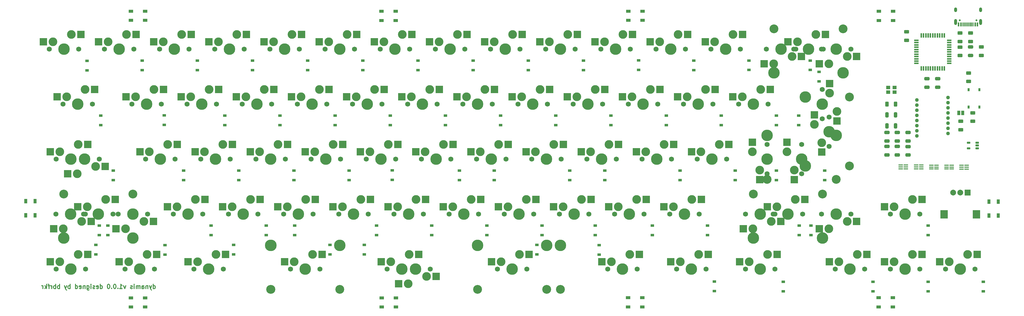
<source format=gbr>
%TF.GenerationSoftware,KiCad,Pcbnew,(6.0.5)*%
%TF.CreationDate,2022-06-26T21:14:40+09:00*%
%TF.ProjectId,dynamis,64796e61-6d69-4732-9e6b-696361645f70,rev?*%
%TF.SameCoordinates,Original*%
%TF.FileFunction,Soldermask,Bot*%
%TF.FilePolarity,Negative*%
%FSLAX46Y46*%
G04 Gerber Fmt 4.6, Leading zero omitted, Abs format (unit mm)*
G04 Created by KiCad (PCBNEW (6.0.5)) date 2022-06-26 21:14:40*
%MOMM*%
%LPD*%
G01*
G04 APERTURE LIST*
G04 Aperture macros list*
%AMRoundRect*
0 Rectangle with rounded corners*
0 $1 Rounding radius*
0 $2 $3 $4 $5 $6 $7 $8 $9 X,Y pos of 4 corners*
0 Add a 4 corners polygon primitive as box body*
4,1,4,$2,$3,$4,$5,$6,$7,$8,$9,$2,$3,0*
0 Add four circle primitives for the rounded corners*
1,1,$1+$1,$2,$3*
1,1,$1+$1,$4,$5*
1,1,$1+$1,$6,$7*
1,1,$1+$1,$8,$9*
0 Add four rect primitives between the rounded corners*
20,1,$1+$1,$2,$3,$4,$5,0*
20,1,$1+$1,$4,$5,$6,$7,0*
20,1,$1+$1,$6,$7,$8,$9,0*
20,1,$1+$1,$8,$9,$2,$3,0*%
G04 Aperture macros list end*
%ADD10C,0.300000*%
%ADD11C,1.750000*%
%ADD12C,3.987800*%
%ADD13C,3.000000*%
%ADD14R,2.550000X2.500000*%
%ADD15C,3.048000*%
%ADD16R,2.500000X2.550000*%
%ADD17R,2.000000X2.000000*%
%ADD18C,2.000000*%
%ADD19R,2.500000X3.000000*%
%ADD20RoundRect,0.250000X0.625000X-0.312500X0.625000X0.312500X-0.625000X0.312500X-0.625000X-0.312500X0*%
%ADD21RoundRect,0.250000X0.650000X-0.325000X0.650000X0.325000X-0.650000X0.325000X-0.650000X-0.325000X0*%
%ADD22R,1.200000X0.900000*%
%ADD23R,1.500000X1.000000*%
%ADD24R,1.000000X1.500000*%
%ADD25R,1.400000X1.200000*%
%ADD26RoundRect,0.250000X-0.625000X0.312500X-0.625000X-0.312500X0.625000X-0.312500X0.625000X0.312500X0*%
%ADD27RoundRect,0.250000X-0.650000X0.325000X-0.650000X-0.325000X0.650000X-0.325000X0.650000X0.325000X0*%
%ADD28RoundRect,0.250000X-0.325000X-0.650000X0.325000X-0.650000X0.325000X0.650000X-0.325000X0.650000X0*%
%ADD29RoundRect,0.250000X0.312500X0.625000X-0.312500X0.625000X-0.312500X-0.625000X0.312500X-0.625000X0*%
%ADD30R,0.750000X1.000000*%
%ADD31R,1.558716X0.422474*%
%ADD32RoundRect,0.211237X-0.568121X0.000000X0.568121X0.000000X0.568121X0.000000X-0.568121X0.000000X0*%
%ADD33RoundRect,0.195000X-0.405000X0.130000X-0.405000X-0.130000X0.405000X-0.130000X0.405000X0.130000X0*%
%ADD34C,1.300000*%
%ADD35R,1.500000X0.550000*%
%ADD36R,0.550000X1.500000*%
%ADD37C,0.650000*%
%ADD38R,0.600000X1.450000*%
%ADD39R,0.300000X1.450000*%
%ADD40O,1.000000X1.600000*%
%ADD41O,1.000000X2.100000*%
G04 APERTURE END LIST*
D10*
X175321428Y-235953571D02*
X175321428Y-234453571D01*
X175321428Y-235882142D02*
X175464285Y-235953571D01*
X175750000Y-235953571D01*
X175892857Y-235882142D01*
X175964285Y-235810714D01*
X176035714Y-235667857D01*
X176035714Y-235239285D01*
X175964285Y-235096428D01*
X175892857Y-235025000D01*
X175750000Y-234953571D01*
X175464285Y-234953571D01*
X175321428Y-235025000D01*
X174750000Y-234953571D02*
X174392857Y-235953571D01*
X174035714Y-234953571D02*
X174392857Y-235953571D01*
X174535714Y-236310714D01*
X174607142Y-236382142D01*
X174750000Y-236453571D01*
X173464285Y-234953571D02*
X173464285Y-235953571D01*
X173464285Y-235096428D02*
X173392857Y-235025000D01*
X173250000Y-234953571D01*
X173035714Y-234953571D01*
X172892857Y-235025000D01*
X172821428Y-235167857D01*
X172821428Y-235953571D01*
X171464285Y-235953571D02*
X171464285Y-235167857D01*
X171535714Y-235025000D01*
X171678571Y-234953571D01*
X171964285Y-234953571D01*
X172107142Y-235025000D01*
X171464285Y-235882142D02*
X171607142Y-235953571D01*
X171964285Y-235953571D01*
X172107142Y-235882142D01*
X172178571Y-235739285D01*
X172178571Y-235596428D01*
X172107142Y-235453571D01*
X171964285Y-235382142D01*
X171607142Y-235382142D01*
X171464285Y-235310714D01*
X170750000Y-235953571D02*
X170750000Y-234953571D01*
X170750000Y-235096428D02*
X170678571Y-235025000D01*
X170535714Y-234953571D01*
X170321428Y-234953571D01*
X170178571Y-235025000D01*
X170107142Y-235167857D01*
X170107142Y-235953571D01*
X170107142Y-235167857D02*
X170035714Y-235025000D01*
X169892857Y-234953571D01*
X169678571Y-234953571D01*
X169535714Y-235025000D01*
X169464285Y-235167857D01*
X169464285Y-235953571D01*
X168750000Y-235953571D02*
X168750000Y-234953571D01*
X168750000Y-234453571D02*
X168821428Y-234525000D01*
X168750000Y-234596428D01*
X168678571Y-234525000D01*
X168750000Y-234453571D01*
X168750000Y-234596428D01*
X168107142Y-235882142D02*
X167964285Y-235953571D01*
X167678571Y-235953571D01*
X167535714Y-235882142D01*
X167464285Y-235739285D01*
X167464285Y-235667857D01*
X167535714Y-235525000D01*
X167678571Y-235453571D01*
X167892857Y-235453571D01*
X168035714Y-235382142D01*
X168107142Y-235239285D01*
X168107142Y-235167857D01*
X168035714Y-235025000D01*
X167892857Y-234953571D01*
X167678571Y-234953571D01*
X167535714Y-235025000D01*
X165821428Y-234953571D02*
X165464285Y-235953571D01*
X165107142Y-234953571D01*
X163750000Y-235953571D02*
X164607142Y-235953571D01*
X164178571Y-235953571D02*
X164178571Y-234453571D01*
X164321428Y-234667857D01*
X164464285Y-234810714D01*
X164607142Y-234882142D01*
X163107142Y-235810714D02*
X163035714Y-235882142D01*
X163107142Y-235953571D01*
X163178571Y-235882142D01*
X163107142Y-235810714D01*
X163107142Y-235953571D01*
X162107142Y-234453571D02*
X161964285Y-234453571D01*
X161821428Y-234525000D01*
X161750000Y-234596428D01*
X161678571Y-234739285D01*
X161607142Y-235025000D01*
X161607142Y-235382142D01*
X161678571Y-235667857D01*
X161750000Y-235810714D01*
X161821428Y-235882142D01*
X161964285Y-235953571D01*
X162107142Y-235953571D01*
X162250000Y-235882142D01*
X162321428Y-235810714D01*
X162392857Y-235667857D01*
X162464285Y-235382142D01*
X162464285Y-235025000D01*
X162392857Y-234739285D01*
X162321428Y-234596428D01*
X162250000Y-234525000D01*
X162107142Y-234453571D01*
X160964285Y-235810714D02*
X160892857Y-235882142D01*
X160964285Y-235953571D01*
X161035714Y-235882142D01*
X160964285Y-235810714D01*
X160964285Y-235953571D01*
X159964285Y-234453571D02*
X159821428Y-234453571D01*
X159678571Y-234525000D01*
X159607142Y-234596428D01*
X159535714Y-234739285D01*
X159464285Y-235025000D01*
X159464285Y-235382142D01*
X159535714Y-235667857D01*
X159607142Y-235810714D01*
X159678571Y-235882142D01*
X159821428Y-235953571D01*
X159964285Y-235953571D01*
X160107142Y-235882142D01*
X160178571Y-235810714D01*
X160250000Y-235667857D01*
X160321428Y-235382142D01*
X160321428Y-235025000D01*
X160250000Y-234739285D01*
X160178571Y-234596428D01*
X160107142Y-234525000D01*
X159964285Y-234453571D01*
X157035714Y-235953571D02*
X157035714Y-234453571D01*
X157035714Y-235882142D02*
X157178571Y-235953571D01*
X157464285Y-235953571D01*
X157607142Y-235882142D01*
X157678571Y-235810714D01*
X157750000Y-235667857D01*
X157750000Y-235239285D01*
X157678571Y-235096428D01*
X157607142Y-235025000D01*
X157464285Y-234953571D01*
X157178571Y-234953571D01*
X157035714Y-235025000D01*
X155750000Y-235882142D02*
X155892857Y-235953571D01*
X156178571Y-235953571D01*
X156321428Y-235882142D01*
X156392857Y-235739285D01*
X156392857Y-235167857D01*
X156321428Y-235025000D01*
X156178571Y-234953571D01*
X155892857Y-234953571D01*
X155750000Y-235025000D01*
X155678571Y-235167857D01*
X155678571Y-235310714D01*
X156392857Y-235453571D01*
X155107142Y-235882142D02*
X154964285Y-235953571D01*
X154678571Y-235953571D01*
X154535714Y-235882142D01*
X154464285Y-235739285D01*
X154464285Y-235667857D01*
X154535714Y-235525000D01*
X154678571Y-235453571D01*
X154892857Y-235453571D01*
X155035714Y-235382142D01*
X155107142Y-235239285D01*
X155107142Y-235167857D01*
X155035714Y-235025000D01*
X154892857Y-234953571D01*
X154678571Y-234953571D01*
X154535714Y-235025000D01*
X153821428Y-235953571D02*
X153821428Y-234953571D01*
X153821428Y-234453571D02*
X153892857Y-234525000D01*
X153821428Y-234596428D01*
X153750000Y-234525000D01*
X153821428Y-234453571D01*
X153821428Y-234596428D01*
X152464285Y-234953571D02*
X152464285Y-236167857D01*
X152535714Y-236310714D01*
X152607142Y-236382142D01*
X152750000Y-236453571D01*
X152964285Y-236453571D01*
X153107142Y-236382142D01*
X152464285Y-235882142D02*
X152607142Y-235953571D01*
X152892857Y-235953571D01*
X153035714Y-235882142D01*
X153107142Y-235810714D01*
X153178571Y-235667857D01*
X153178571Y-235239285D01*
X153107142Y-235096428D01*
X153035714Y-235025000D01*
X152892857Y-234953571D01*
X152607142Y-234953571D01*
X152464285Y-235025000D01*
X151750000Y-234953571D02*
X151750000Y-235953571D01*
X151750000Y-235096428D02*
X151678571Y-235025000D01*
X151535714Y-234953571D01*
X151321428Y-234953571D01*
X151178571Y-235025000D01*
X151107142Y-235167857D01*
X151107142Y-235953571D01*
X149821428Y-235882142D02*
X149964285Y-235953571D01*
X150250000Y-235953571D01*
X150392857Y-235882142D01*
X150464285Y-235739285D01*
X150464285Y-235167857D01*
X150392857Y-235025000D01*
X150250000Y-234953571D01*
X149964285Y-234953571D01*
X149821428Y-235025000D01*
X149750000Y-235167857D01*
X149750000Y-235310714D01*
X150464285Y-235453571D01*
X148464285Y-235953571D02*
X148464285Y-234453571D01*
X148464285Y-235882142D02*
X148607142Y-235953571D01*
X148892857Y-235953571D01*
X149035714Y-235882142D01*
X149107142Y-235810714D01*
X149178571Y-235667857D01*
X149178571Y-235239285D01*
X149107142Y-235096428D01*
X149035714Y-235025000D01*
X148892857Y-234953571D01*
X148607142Y-234953571D01*
X148464285Y-235025000D01*
X146607142Y-235953571D02*
X146607142Y-234453571D01*
X146607142Y-235025000D02*
X146464285Y-234953571D01*
X146178571Y-234953571D01*
X146035714Y-235025000D01*
X145964285Y-235096428D01*
X145892857Y-235239285D01*
X145892857Y-235667857D01*
X145964285Y-235810714D01*
X146035714Y-235882142D01*
X146178571Y-235953571D01*
X146464285Y-235953571D01*
X146607142Y-235882142D01*
X145392857Y-234953571D02*
X145035714Y-235953571D01*
X144678571Y-234953571D02*
X145035714Y-235953571D01*
X145178571Y-236310714D01*
X145250000Y-236382142D01*
X145392857Y-236453571D01*
X142964285Y-235953571D02*
X142964285Y-234453571D01*
X142964285Y-235025000D02*
X142821428Y-234953571D01*
X142535714Y-234953571D01*
X142392857Y-235025000D01*
X142321428Y-235096428D01*
X142250000Y-235239285D01*
X142250000Y-235667857D01*
X142321428Y-235810714D01*
X142392857Y-235882142D01*
X142535714Y-235953571D01*
X142821428Y-235953571D01*
X142964285Y-235882142D01*
X141607142Y-235953571D02*
X141607142Y-234453571D01*
X141607142Y-235025000D02*
X141464285Y-234953571D01*
X141178571Y-234953571D01*
X141035714Y-235025000D01*
X140964285Y-235096428D01*
X140892857Y-235239285D01*
X140892857Y-235667857D01*
X140964285Y-235810714D01*
X141035714Y-235882142D01*
X141178571Y-235953571D01*
X141464285Y-235953571D01*
X141607142Y-235882142D01*
X140250000Y-235953571D02*
X140250000Y-234953571D01*
X140250000Y-235239285D02*
X140178571Y-235096428D01*
X140107142Y-235025000D01*
X139964285Y-234953571D01*
X139821428Y-234953571D01*
X139535714Y-234953571D02*
X138964285Y-234953571D01*
X139321428Y-235953571D02*
X139321428Y-234667857D01*
X139250000Y-234525000D01*
X139107142Y-234453571D01*
X138964285Y-234453571D01*
X138464285Y-235953571D02*
X138464285Y-234453571D01*
X138321428Y-235382142D02*
X137892857Y-235953571D01*
X137892857Y-234953571D02*
X138464285Y-235525000D01*
X137250000Y-235953571D02*
X137250000Y-234953571D01*
X137250000Y-235239285D02*
X137178571Y-235096428D01*
X137107142Y-235025000D01*
X136964285Y-234953571D01*
X136821428Y-234953571D01*
D11*
%TO.C,SW04_00*%
X151948890Y-229169199D03*
D12*
X146868890Y-229169199D03*
D13*
X149408890Y-224089199D03*
X143058890Y-226629199D03*
D11*
X141788890Y-229169199D03*
D14*
X139783890Y-226629199D03*
X152710890Y-224089199D03*
%TD*%
D11*
%TO.C,SW06_01*%
X377508490Y-172074999D03*
X387668490Y-172074999D03*
D12*
X382588490Y-172074999D03*
D13*
X378778490Y-169534999D03*
X385128490Y-166994999D03*
D14*
X375503490Y-169534999D03*
X388430490Y-166994999D03*
%TD*%
D11*
%TO.C,SW04_05*%
X294163490Y-229219999D03*
D15*
X287305490Y-236204999D03*
D11*
X304323490Y-229219999D03*
D13*
X295433490Y-226679999D03*
X301783490Y-224139999D03*
D12*
X311181490Y-220964999D03*
D15*
X311181490Y-236204999D03*
D12*
X299243490Y-229219999D03*
X287305490Y-220964999D03*
D14*
X292158490Y-226679999D03*
X305085490Y-224139999D03*
%TD*%
D12*
%TO.C,SW09_05*%
X384968490Y-229219999D03*
D11*
X379888490Y-229219999D03*
X390048490Y-229219999D03*
D13*
X387508490Y-224139999D03*
X381158490Y-226679999D03*
D14*
X377883490Y-226679999D03*
X390810490Y-224139999D03*
%TD*%
D13*
%TO.C,SWET_AN00*%
X394183490Y-188569999D03*
D12*
X399263490Y-191109999D03*
D11*
X399263490Y-186029999D03*
D13*
X396723490Y-194919999D03*
D11*
X399263490Y-196189999D03*
D16*
X396723490Y-198194999D03*
X394183490Y-185267999D03*
%TD*%
D13*
%TO.C,SW00_00*%
X140653490Y-150459999D03*
D11*
X149543490Y-152999999D03*
D12*
X144463490Y-152999999D03*
D11*
X139383490Y-152999999D03*
D13*
X147003490Y-147919999D03*
D14*
X137378490Y-150459999D03*
X150305490Y-147919999D03*
%TD*%
D12*
%TO.C,SWBS_S00*%
X392113490Y-152999999D03*
D13*
X395923490Y-155539999D03*
D11*
X397193490Y-152999999D03*
D13*
X389573490Y-158079999D03*
D11*
X387033490Y-152999999D03*
D14*
X399198490Y-155539999D03*
X386271490Y-158079999D03*
%TD*%
D12*
%TO.C,SW08_04*%
X320663490Y-210169999D03*
D13*
X316853490Y-207629999D03*
D11*
X315583490Y-210169999D03*
X325743490Y-210169999D03*
D13*
X323203490Y-205089999D03*
D14*
X313578490Y-207629999D03*
X326505490Y-205089999D03*
%TD*%
D13*
%TO.C,SWSP_L04*%
X263378690Y-234299999D03*
X269728690Y-231759999D03*
D11*
X270998690Y-229219999D03*
X260838690Y-229219999D03*
D15*
X315918590Y-236204999D03*
X215918790Y-236204999D03*
D12*
X315918590Y-220964999D03*
X215918790Y-220964999D03*
X265918690Y-229219999D03*
D14*
X273003690Y-231759999D03*
X260076690Y-234299999D03*
%TD*%
D11*
%TO.C,SW02_06*%
X278133490Y-191109999D03*
X267973490Y-191109999D03*
D13*
X269243490Y-188569999D03*
X275593490Y-186029999D03*
D12*
X273053490Y-191109999D03*
D14*
X265968490Y-188569999D03*
X278895490Y-186029999D03*
%TD*%
D11*
%TO.C,SWCL_S00*%
X141763490Y-191124999D03*
D13*
X149383490Y-186044999D03*
D11*
X151923490Y-191124999D03*
D13*
X143033490Y-188584999D03*
D12*
X146843490Y-191124999D03*
D14*
X139758490Y-188584999D03*
X152685490Y-186044999D03*
%TD*%
D11*
%TO.C,SW06_05*%
X301308490Y-172049999D03*
D13*
X308928490Y-166969999D03*
D11*
X311468490Y-172049999D03*
D13*
X302578490Y-169509999D03*
D12*
X306388490Y-172049999D03*
D14*
X299303490Y-169509999D03*
X312230490Y-166969999D03*
%TD*%
D17*
%TO.C,RE0*%
X456545690Y-202727799D03*
D18*
X451545690Y-202727799D03*
X454045690Y-202727799D03*
D19*
X448445690Y-210227799D03*
X459645690Y-210227799D03*
%TD*%
D13*
%TO.C,SW00_04*%
X216853490Y-150479999D03*
D12*
X220663490Y-153019999D03*
D13*
X223203490Y-147939999D03*
D11*
X225743490Y-153019999D03*
X215583490Y-153019999D03*
D14*
X213578490Y-150479999D03*
X226505490Y-147939999D03*
%TD*%
D13*
%TO.C,SW05_01*%
X369228490Y-150459999D03*
D12*
X373038490Y-152999999D03*
D13*
X375578490Y-147919999D03*
D11*
X367958490Y-152999999D03*
X378118490Y-152999999D03*
D14*
X365953490Y-150459999D03*
X378880490Y-147919999D03*
%TD*%
D13*
%TO.C,SW02_01*%
X174003490Y-188579999D03*
D11*
X182893490Y-191119999D03*
D12*
X177813490Y-191119999D03*
D13*
X180353490Y-186039999D03*
D11*
X172733490Y-191119999D03*
D14*
X170728490Y-188579999D03*
X183655490Y-186039999D03*
%TD*%
D15*
%TO.C,SWBS_L00*%
X413576490Y-146014999D03*
D11*
X406718490Y-152999999D03*
D12*
X401638490Y-152999999D03*
D11*
X396558490Y-152999999D03*
D15*
X389700490Y-146014999D03*
D12*
X413576490Y-161254999D03*
D13*
X397828490Y-150459999D03*
D12*
X389700490Y-161254999D03*
D13*
X404178490Y-147919999D03*
D14*
X394553490Y-150459999D03*
X407480490Y-147919999D03*
%TD*%
D11*
%TO.C,SW00_05*%
X234633490Y-152999999D03*
D13*
X242253490Y-147919999D03*
D12*
X239713490Y-152999999D03*
D11*
X244793490Y-152999999D03*
D13*
X235903490Y-150459999D03*
D14*
X232628490Y-150459999D03*
X245555490Y-147919999D03*
%TD*%
D11*
%TO.C,SW05_04*%
X320993490Y-152999999D03*
X310833490Y-152999999D03*
D12*
X315913490Y-152999999D03*
D13*
X312103490Y-150459999D03*
X318453490Y-147919999D03*
D14*
X308828490Y-150459999D03*
X321755490Y-147919999D03*
%TD*%
D12*
%TO.C,SW00_03*%
X201613490Y-153019999D03*
D13*
X197803490Y-150479999D03*
D11*
X206693490Y-153019999D03*
D13*
X204153490Y-147939999D03*
D11*
X196533490Y-153019999D03*
D14*
X194528490Y-150479999D03*
X207455490Y-147939999D03*
%TD*%
D12*
%TO.C,SW09_03*%
X434955690Y-229219999D03*
D11*
X440035690Y-229219999D03*
X429875690Y-229219999D03*
D13*
X431145690Y-226679999D03*
X437495690Y-224139999D03*
D14*
X427870690Y-226679999D03*
X440797690Y-224139999D03*
%TD*%
D11*
%TO.C,SW09_01*%
X440053490Y-210169999D03*
D13*
X431163490Y-207629999D03*
D11*
X429893490Y-210169999D03*
D12*
X434973490Y-210169999D03*
D13*
X437513490Y-205089999D03*
D14*
X427888490Y-207629999D03*
X440815490Y-205089999D03*
%TD*%
D11*
%TO.C,SW08_06*%
X287653490Y-210169999D03*
D13*
X285113490Y-205089999D03*
D12*
X282573490Y-210169999D03*
D11*
X277493490Y-210169999D03*
D13*
X278763490Y-207629999D03*
D14*
X275488490Y-207629999D03*
X288415490Y-205089999D03*
%TD*%
D11*
%TO.C,SW04_03*%
X222713290Y-229219999D03*
D12*
X227793290Y-229219999D03*
D15*
X215855290Y-236204999D03*
D13*
X230333290Y-224139999D03*
X223983290Y-226679999D03*
D15*
X239731290Y-236204999D03*
D12*
X239731290Y-220964999D03*
X215855290Y-220964999D03*
D11*
X232873290Y-229219999D03*
D14*
X220708290Y-226679999D03*
X233635290Y-224139999D03*
%TD*%
D11*
%TO.C,SW08_03*%
X334643490Y-210169999D03*
X344803490Y-210169999D03*
D12*
X339723490Y-210169999D03*
D13*
X335913490Y-207629999D03*
X342263490Y-205089999D03*
D14*
X332638490Y-207629999D03*
X345565490Y-205089999D03*
%TD*%
D12*
%TO.C,AN_STAB_00*%
X411201490Y-182854999D03*
D15*
X387325490Y-198094999D03*
D12*
X387325490Y-182854999D03*
D15*
X411201490Y-198094999D03*
%TD*%
D12*
%TO.C,SW07_02*%
X368303490Y-191109999D03*
D11*
X363223490Y-191109999D03*
D13*
X364493490Y-188569999D03*
D11*
X373383490Y-191109999D03*
D13*
X370843490Y-186029999D03*
D14*
X361218490Y-188569999D03*
X374145490Y-186029999D03*
%TD*%
D11*
%TO.C,SW02_04*%
X229853490Y-191089999D03*
X240013490Y-191089999D03*
D13*
X237473490Y-186009999D03*
D12*
X234933490Y-191089999D03*
D13*
X231123490Y-188549999D03*
D14*
X227848490Y-188549999D03*
X240775490Y-186009999D03*
%TD*%
D12*
%TO.C,SW02_03*%
X215913490Y-191099999D03*
D13*
X218453490Y-186019999D03*
D11*
X210833490Y-191099999D03*
D13*
X212103490Y-188559999D03*
D11*
X220993490Y-191099999D03*
D14*
X208828490Y-188559999D03*
X221755490Y-186019999D03*
%TD*%
D13*
%TO.C,SW04_06*%
X339883490Y-224139999D03*
X333533490Y-226679999D03*
D11*
X342423490Y-229219999D03*
D12*
X337343490Y-229219999D03*
D11*
X332263490Y-229219999D03*
D14*
X330258490Y-226679999D03*
X343185490Y-224139999D03*
%TD*%
D11*
%TO.C,SW04_01*%
X165563290Y-229219999D03*
D12*
X170643290Y-229219999D03*
D11*
X175723290Y-229219999D03*
D13*
X173183290Y-224139999D03*
X166833290Y-226679999D03*
D14*
X163558290Y-226679999D03*
X176485290Y-224139999D03*
%TD*%
D13*
%TO.C,SW07_06*%
X294643490Y-186029999D03*
D11*
X287023490Y-191109999D03*
X297183490Y-191109999D03*
D12*
X292103490Y-191109999D03*
D13*
X288293490Y-188569999D03*
D14*
X285018490Y-188569999D03*
X297945490Y-186029999D03*
%TD*%
D11*
%TO.C,SW03_05*%
X239401090Y-210144599D03*
D13*
X247021090Y-205064599D03*
X240671090Y-207604599D03*
D11*
X249561090Y-210144599D03*
D12*
X244481090Y-210144599D03*
D14*
X237396090Y-207604599D03*
X250323090Y-205064599D03*
%TD*%
D12*
%TO.C,SW01_05*%
X249238490Y-172049999D03*
D13*
X251778490Y-166969999D03*
D11*
X254318490Y-172049999D03*
X244158490Y-172049999D03*
D13*
X245428490Y-169509999D03*
D14*
X242153490Y-169509999D03*
X255080490Y-166969999D03*
%TD*%
D11*
%TO.C,SW03_04*%
X220351090Y-210144599D03*
D12*
X225431090Y-210144599D03*
D13*
X227971090Y-205064599D03*
D11*
X230511090Y-210144599D03*
D13*
X221621090Y-207604599D03*
D14*
X218346090Y-207604599D03*
X231273090Y-205064599D03*
%TD*%
D11*
%TO.C,SW09_00*%
X416243490Y-152999999D03*
D12*
X411163490Y-152999999D03*
D13*
X408623490Y-158079999D03*
X414973490Y-155539999D03*
D11*
X406083490Y-152999999D03*
D14*
X418248490Y-155539999D03*
X405321490Y-158079999D03*
%TD*%
D13*
%TO.C,SW07_05*%
X307343490Y-188569999D03*
D12*
X311153490Y-191109999D03*
D11*
X306073490Y-191109999D03*
X316233490Y-191109999D03*
D13*
X313693490Y-186029999D03*
D14*
X304068490Y-188569999D03*
X316995490Y-186029999D03*
%TD*%
D13*
%TO.C,SWRS_S01*%
X382423490Y-215249999D03*
X388773490Y-212709999D03*
D11*
X390043490Y-210169999D03*
D12*
X384963490Y-210169999D03*
D11*
X379883490Y-210169999D03*
D14*
X392048490Y-212709999D03*
X379121490Y-215249999D03*
%TD*%
D11*
%TO.C,SW05_03*%
X340043490Y-152999999D03*
D13*
X331153490Y-150459999D03*
X337503490Y-147919999D03*
D11*
X329883490Y-152999999D03*
D12*
X334963490Y-152999999D03*
D14*
X327878490Y-150459999D03*
X340805490Y-147919999D03*
%TD*%
D13*
%TO.C,SW05_06*%
X274003490Y-150459999D03*
X280353490Y-147919999D03*
D11*
X282893490Y-152999999D03*
X272733490Y-152999999D03*
D12*
X277813490Y-152999999D03*
D14*
X270728490Y-150459999D03*
X283655490Y-147919999D03*
%TD*%
D12*
%TO.C,SW04_02*%
X194468490Y-229219999D03*
D13*
X190658490Y-226679999D03*
X197008490Y-224139999D03*
D11*
X199548490Y-229219999D03*
X189388490Y-229219999D03*
D14*
X187383490Y-226679999D03*
X200310490Y-224139999D03*
%TD*%
D13*
%TO.C,SW06_04*%
X327978490Y-166969999D03*
D11*
X330518490Y-172049999D03*
D12*
X325438490Y-172049999D03*
D11*
X320358490Y-172049999D03*
D13*
X321628490Y-169509999D03*
D14*
X318353490Y-169509999D03*
X331280490Y-166969999D03*
%TD*%
D13*
%TO.C,SW00_06*%
X254953490Y-150459999D03*
D11*
X253683490Y-152999999D03*
D12*
X258763490Y-152999999D03*
D13*
X261303490Y-147919999D03*
D11*
X263843490Y-152999999D03*
D14*
X251678490Y-150459999D03*
X264605490Y-147919999D03*
%TD*%
D11*
%TO.C,SW01_06*%
X273368490Y-172049999D03*
D13*
X264478490Y-169509999D03*
D12*
X268288490Y-172049999D03*
D13*
X270828490Y-166969999D03*
D11*
X263208490Y-172049999D03*
D14*
X261203490Y-169509999D03*
X274130490Y-166969999D03*
%TD*%
D11*
%TO.C,SW06_06*%
X292393490Y-172049999D03*
D13*
X289853490Y-166969999D03*
X283503490Y-169509999D03*
D12*
X287313490Y-172049999D03*
D11*
X282233490Y-172049999D03*
D14*
X280228490Y-169509999D03*
X293155490Y-166969999D03*
%TD*%
D11*
%TO.C,SW01_03*%
X216218490Y-172049999D03*
D13*
X213678490Y-166969999D03*
D11*
X206058490Y-172049999D03*
D12*
X211138490Y-172049999D03*
D13*
X207328490Y-169509999D03*
D14*
X204053490Y-169509999D03*
X216980490Y-166969999D03*
%TD*%
D13*
%TO.C,SW09_02*%
X456545690Y-224139999D03*
D11*
X459085690Y-229219999D03*
D12*
X454005690Y-229219999D03*
D11*
X448925690Y-229219999D03*
D13*
X450195690Y-226679999D03*
D14*
X446920690Y-226679999D03*
X459847690Y-224139999D03*
%TD*%
D11*
%TO.C,SW08_00*%
X416243490Y-210169999D03*
D13*
X408623490Y-215249999D03*
D12*
X411163490Y-210169999D03*
D11*
X406083490Y-210169999D03*
D13*
X414973490Y-212709999D03*
D14*
X418248490Y-212709999D03*
X405321490Y-215249999D03*
%TD*%
D13*
%TO.C,SW03_02*%
X183521090Y-207604599D03*
X189871090Y-205064599D03*
D12*
X187331090Y-210144599D03*
D11*
X182251090Y-210144599D03*
X192411090Y-210144599D03*
D14*
X180246090Y-207604599D03*
X193173090Y-205064599D03*
%TD*%
D11*
%TO.C,SW00_01*%
X158433490Y-152999999D03*
D13*
X166053490Y-147919999D03*
D12*
X163513490Y-152999999D03*
D13*
X159703490Y-150459999D03*
D11*
X168593490Y-152999999D03*
D14*
X156428490Y-150459999D03*
X169355490Y-147919999D03*
%TD*%
D13*
%TO.C,SW07_01*%
X384813490Y-194919999D03*
D12*
X387353490Y-191109999D03*
D11*
X387353490Y-196189999D03*
X387353490Y-186029999D03*
D13*
X382273490Y-188569999D03*
D16*
X384813490Y-198194999D03*
X382273490Y-185267999D03*
%TD*%
D12*
%TO.C,SW02_05*%
X253983490Y-191109999D03*
D13*
X250173490Y-188569999D03*
X256523490Y-186029999D03*
D11*
X248903490Y-191109999D03*
X259063490Y-191109999D03*
D14*
X246898490Y-188569999D03*
X259825490Y-186029999D03*
%TD*%
D13*
%TO.C,SW02_02*%
X199403490Y-186019999D03*
D11*
X201943490Y-191099999D03*
D12*
X196863490Y-191099999D03*
D13*
X193053490Y-188559999D03*
D11*
X191783490Y-191099999D03*
D14*
X189778490Y-188559999D03*
X202705490Y-186019999D03*
%TD*%
D12*
%TO.C,IS_STAB_00*%
X400532340Y-193507599D03*
D15*
X415772340Y-193507599D03*
D12*
X400532340Y-169631599D03*
D15*
X415772340Y-169631599D03*
%TD*%
D11*
%TO.C,SW00_02*%
X187643490Y-153019999D03*
X177483490Y-153019999D03*
D13*
X178753490Y-150479999D03*
D12*
X182563490Y-153019999D03*
D13*
X185103490Y-147939999D03*
D14*
X175478490Y-150479999D03*
X188405490Y-147939999D03*
%TD*%
D13*
%TO.C,SWET_IS00*%
X403703490Y-179059999D03*
D11*
X408783490Y-176519999D03*
D12*
X408783490Y-181599999D03*
D11*
X408783490Y-186679999D03*
D13*
X406243490Y-185409999D03*
D16*
X406243490Y-188684999D03*
X403703490Y-175757999D03*
%TD*%
D11*
%TO.C,SW09_06*%
X366223290Y-229219999D03*
D13*
X363683290Y-224139999D03*
X357333290Y-226679999D03*
D11*
X356063290Y-229219999D03*
D12*
X361143290Y-229219999D03*
D14*
X354058290Y-226679999D03*
X366985290Y-224139999D03*
%TD*%
D11*
%TO.C,SW06_02*%
X368618490Y-172049999D03*
D12*
X363538490Y-172049999D03*
D13*
X366078490Y-166969999D03*
D11*
X358458490Y-172049999D03*
D13*
X359728490Y-169509999D03*
D14*
X356453490Y-169509999D03*
X369380490Y-166969999D03*
%TD*%
D13*
%TO.C,SW01_04*%
X226378490Y-169509999D03*
D12*
X230188490Y-172049999D03*
D11*
X225108490Y-172049999D03*
X235268490Y-172049999D03*
D13*
X232728490Y-166969999D03*
D14*
X223103490Y-169509999D03*
X236030490Y-166969999D03*
%TD*%
D12*
%TO.C,SWCL_N00*%
X151613490Y-191124999D03*
D11*
X146533490Y-191124999D03*
X156693490Y-191124999D03*
D13*
X155423490Y-193664999D03*
X149073490Y-196204999D03*
D14*
X158698490Y-193664999D03*
X145771490Y-196204999D03*
%TD*%
D12*
%TO.C,SW05_05*%
X296863490Y-152999999D03*
D13*
X299403490Y-147919999D03*
X293053490Y-150459999D03*
D11*
X301943490Y-152999999D03*
X291783490Y-152999999D03*
D14*
X289778490Y-150459999D03*
X302705490Y-147919999D03*
%TD*%
D12*
%TO.C,SW07_03*%
X349253490Y-191109999D03*
D13*
X345443490Y-188569999D03*
D11*
X354333490Y-191109999D03*
D13*
X351793490Y-186029999D03*
D11*
X344173490Y-191109999D03*
D14*
X342168490Y-188569999D03*
X355095490Y-186029999D03*
%TD*%
D12*
%TO.C,SW08_02*%
X358773490Y-210169999D03*
D13*
X354963490Y-207629999D03*
X361313490Y-205089999D03*
D11*
X363853490Y-210169999D03*
X353693490Y-210169999D03*
D14*
X351688490Y-207629999D03*
X364615490Y-205089999D03*
%TD*%
D11*
%TO.C,SW01_02*%
X187008490Y-172049999D03*
D13*
X194628490Y-166969999D03*
D12*
X192088490Y-172049999D03*
D11*
X197168490Y-172049999D03*
D13*
X188278490Y-169509999D03*
D14*
X185003490Y-169509999D03*
X197930490Y-166969999D03*
%TD*%
D13*
%TO.C,SW01_01*%
X175578490Y-166969999D03*
D11*
X178118490Y-172049999D03*
X167958490Y-172049999D03*
D12*
X173038490Y-172049999D03*
D13*
X169228490Y-169509999D03*
D14*
X165953490Y-169509999D03*
X178880490Y-166969999D03*
%TD*%
D12*
%TO.C,SW06_03*%
X344488490Y-172049999D03*
D13*
X347028490Y-166969999D03*
X340678490Y-169509999D03*
D11*
X339408490Y-172049999D03*
X349568490Y-172049999D03*
D14*
X337403490Y-169509999D03*
X350330490Y-166969999D03*
%TD*%
D11*
%TO.C,SW03_06*%
X268611090Y-210169999D03*
X258451090Y-210169999D03*
D13*
X266071090Y-205089999D03*
X259721090Y-207629999D03*
D12*
X263531090Y-210169999D03*
D14*
X256446090Y-207629999D03*
X269373090Y-205089999D03*
%TD*%
D13*
%TO.C,SW09_04*%
X418445690Y-224139999D03*
D12*
X415905690Y-229219999D03*
D11*
X420985690Y-229219999D03*
D13*
X412095690Y-226679999D03*
D11*
X410825690Y-229219999D03*
D14*
X408820690Y-226679999D03*
X421747690Y-224139999D03*
%TD*%
D11*
%TO.C,SW06_00*%
X406388490Y-166969999D03*
D13*
X411468490Y-174589999D03*
X408928490Y-168239999D03*
D12*
X406388490Y-172049999D03*
D11*
X406388490Y-177129999D03*
D16*
X408928490Y-164964999D03*
X411468490Y-177891999D03*
%TD*%
D12*
%TO.C,SW01_00*%
X149238490Y-172049999D03*
D13*
X145428490Y-169509999D03*
D11*
X154318490Y-172049999D03*
X144158490Y-172049999D03*
D13*
X151778490Y-166969999D03*
D14*
X142153490Y-169509999D03*
X155080490Y-166969999D03*
%TD*%
D12*
%TO.C,SW05_02*%
X354013490Y-152999999D03*
D13*
X356553490Y-147919999D03*
D11*
X359093490Y-152999999D03*
X348933490Y-152999999D03*
D13*
X350203490Y-150459999D03*
D14*
X346928490Y-150459999D03*
X359855490Y-147919999D03*
%TD*%
D15*
%TO.C,SWRS_L01*%
X406431490Y-203174999D03*
D12*
X382555490Y-218414999D03*
D15*
X382555490Y-203174999D03*
D13*
X390683490Y-207619999D03*
D11*
X389413490Y-210159999D03*
D12*
X394493490Y-210159999D03*
D11*
X399573490Y-210159999D03*
D13*
X397033490Y-205079999D03*
D12*
X406431490Y-218414999D03*
D14*
X387408490Y-207619999D03*
X400335490Y-205079999D03*
%TD*%
D15*
%TO.C,SWLS_L01*%
X144430490Y-203184999D03*
D11*
X151288490Y-210169999D03*
D13*
X158908490Y-205089999D03*
D12*
X168306490Y-218424999D03*
X144430490Y-218424999D03*
D15*
X168306490Y-203184999D03*
D13*
X152558490Y-207629999D03*
D11*
X161448490Y-210169999D03*
D12*
X156368490Y-210169999D03*
D14*
X149283490Y-207629999D03*
X162210490Y-205089999D03*
%TD*%
D13*
%TO.C,SW03_03*%
X208921090Y-205064599D03*
D12*
X206381090Y-210144599D03*
D11*
X201301090Y-210144599D03*
X211461090Y-210144599D03*
D13*
X202571090Y-207604599D03*
D14*
X199296090Y-207604599D03*
X212223090Y-205064599D03*
%TD*%
D13*
%TO.C,SW03_00*%
X144278090Y-215224599D03*
X150628090Y-212684599D03*
D12*
X146818090Y-210144599D03*
D11*
X151898090Y-210144599D03*
X141738090Y-210144599D03*
D14*
X153903090Y-212684599D03*
X140976090Y-215224599D03*
%TD*%
D13*
%TO.C,SWLS_S01*%
X172091090Y-212684599D03*
X165741090Y-215224599D03*
D11*
X173361090Y-210144599D03*
X163201090Y-210144599D03*
D12*
X168281090Y-210144599D03*
D14*
X175366090Y-212684599D03*
X162439090Y-215224599D03*
%TD*%
D11*
%TO.C,SWSP_S04*%
X266223490Y-229219999D03*
D13*
X257333490Y-226679999D03*
D12*
X261143490Y-229219999D03*
D11*
X256063490Y-229219999D03*
D13*
X263683490Y-224139999D03*
D14*
X254058490Y-226679999D03*
X266985490Y-224139999D03*
%TD*%
D11*
%TO.C,SW07_04*%
X335283490Y-191109999D03*
D13*
X332743490Y-186029999D03*
D11*
X325123490Y-191109999D03*
D12*
X330203490Y-191109999D03*
D13*
X326393490Y-188569999D03*
D14*
X323118490Y-188569999D03*
X336045490Y-186029999D03*
%TD*%
D11*
%TO.C,SW08_05*%
X296543490Y-210169999D03*
X306703490Y-210169999D03*
D13*
X297813490Y-207629999D03*
D12*
X301623490Y-210169999D03*
D13*
X304163490Y-205089999D03*
D14*
X294538490Y-207629999D03*
X307465490Y-205089999D03*
%TD*%
D20*
%TO.C,R3*%
X453975000Y-155237500D03*
X453975000Y-152312500D03*
%TD*%
D21*
%TO.C,C9*%
X432300000Y-184800000D03*
X432300000Y-181850000D03*
%TD*%
D22*
%TO.C,D08_03*%
X347700000Y-217425000D03*
X347700000Y-214125000D03*
%TD*%
%TO.C,D09_04*%
X423900000Y-233575000D03*
X423900000Y-236875000D03*
%TD*%
%TO.C,D08_04*%
X328000000Y-217425000D03*
X328000000Y-214125000D03*
%TD*%
D23*
%TO.C,LED8*%
X430750000Y-239125000D03*
X430750000Y-242325000D03*
X425850000Y-242325000D03*
X425850000Y-239125000D03*
%TD*%
D24*
%TO.C,LED4*%
X134525000Y-210575000D03*
X131325000Y-210575000D03*
X131325000Y-205675000D03*
X134525000Y-205675000D03*
%TD*%
D25*
%TO.C,Y0*%
X431325000Y-167875000D03*
X429125000Y-167875000D03*
X429125000Y-166275000D03*
X431325000Y-166275000D03*
%TD*%
D26*
%TO.C,R2*%
X435525000Y-147012500D03*
X435525000Y-149937500D03*
%TD*%
D22*
%TO.C,D02_01*%
X185810000Y-198360000D03*
X185810000Y-195060000D03*
%TD*%
D20*
%TO.C,R7*%
X458375000Y-178012500D03*
X458375000Y-175087500D03*
%TD*%
D22*
%TO.C,D05_05*%
X304860000Y-160250000D03*
X304860000Y-156950000D03*
%TD*%
D27*
%TO.C,C7*%
X428750000Y-186700000D03*
X428750000Y-189650000D03*
%TD*%
D22*
%TO.C,D03_04*%
X224200000Y-217400000D03*
X224200000Y-214100000D03*
%TD*%
%TO.C,D06_01*%
X390575000Y-179325000D03*
X390575000Y-176025000D03*
%TD*%
%TO.C,D03_03*%
X214375000Y-217400000D03*
X214375000Y-214100000D03*
%TD*%
%TO.C,D07_04*%
X331250000Y-198350000D03*
X331250000Y-195050000D03*
%TD*%
D20*
%TO.C,R1*%
X453975000Y-150362500D03*
X453975000Y-147437500D03*
%TD*%
D22*
%TO.C,D09_01*%
X442975000Y-214100000D03*
X442975000Y-217400000D03*
%TD*%
%TO.C,D01_06*%
X276275000Y-179300000D03*
X276275000Y-176000000D03*
%TD*%
D23*
%TO.C,LED6*%
X259100000Y-239150000D03*
X259100000Y-242350000D03*
X254200000Y-242350000D03*
X254200000Y-239150000D03*
%TD*%
D22*
%TO.C,D06_06*%
X295325000Y-179300000D03*
X295325000Y-176000000D03*
%TD*%
%TO.C,D06_02*%
X371520000Y-179300000D03*
X371520000Y-176000000D03*
%TD*%
%TO.C,D07_02*%
X376290000Y-198350000D03*
X376290000Y-195050000D03*
%TD*%
D27*
%TO.C,C1*%
X446225000Y-163275000D03*
X446225000Y-166225000D03*
%TD*%
D22*
%TO.C,D03_05*%
X252475000Y-217400000D03*
X252475000Y-214100000D03*
%TD*%
D28*
%TO.C,C4*%
X428700000Y-179575000D03*
X431650000Y-179575000D03*
%TD*%
D22*
%TO.C,D02_02*%
X204850000Y-198350000D03*
X204850000Y-195050000D03*
%TD*%
%TO.C,D02_00*%
X161500000Y-198350000D03*
X161500000Y-195050000D03*
%TD*%
%TO.C,D01_04*%
X238175000Y-179300000D03*
X238175000Y-176000000D03*
%TD*%
%TO.C,D09_03*%
X442970000Y-233595000D03*
X442970000Y-236895000D03*
%TD*%
%TO.C,D08_02*%
X366780000Y-217420000D03*
X366780000Y-214120000D03*
%TD*%
%TO.C,D05_03*%
X342970000Y-160230000D03*
X342970000Y-156930000D03*
%TD*%
D29*
%TO.C,R5*%
X431662500Y-172075000D03*
X428737500Y-172075000D03*
%TD*%
D22*
%TO.C,D07_00*%
X407250000Y-198350000D03*
X407250000Y-195050000D03*
%TD*%
%TO.C,D08_01*%
X398425000Y-217400000D03*
X398425000Y-214100000D03*
%TD*%
%TO.C,D01_05*%
X257230000Y-179300000D03*
X257230000Y-176000000D03*
%TD*%
%TO.C,D06_03*%
X352490000Y-179310000D03*
X352490000Y-176010000D03*
%TD*%
%TO.C,D07_01*%
X390510000Y-198350000D03*
X390510000Y-195050000D03*
%TD*%
D30*
%TO.C,RESET_SW0*%
X456925000Y-167025000D03*
X456925000Y-173025000D03*
X460675000Y-167025000D03*
X460675000Y-173025000D03*
%TD*%
D22*
%TO.C,D09_05*%
X392925000Y-233575000D03*
X392925000Y-236875000D03*
%TD*%
%TO.C,D04_06*%
X329325000Y-220900000D03*
X329325000Y-224200000D03*
%TD*%
%TO.C,D08_06*%
X290570000Y-217400000D03*
X290570000Y-214100000D03*
%TD*%
D27*
%TO.C,C6*%
X432300000Y-186725000D03*
X432300000Y-189675000D03*
%TD*%
D22*
%TO.C,D00_00*%
X152475000Y-160325000D03*
X152475000Y-157025000D03*
%TD*%
D28*
%TO.C,C3*%
X428725000Y-175800000D03*
X431675000Y-175800000D03*
%TD*%
D31*
%TO.C,U4*%
X438798293Y-194475000D03*
D32*
X438798293Y-193825000D03*
X438798293Y-193175000D03*
X440551707Y-193175000D03*
X440551707Y-193825000D03*
X440551707Y-194475000D03*
%TD*%
D22*
%TO.C,D09_00*%
X405300000Y-164175000D03*
X405300000Y-160875000D03*
%TD*%
D23*
%TO.C,LED5*%
X172550000Y-239150000D03*
X172550000Y-242350000D03*
X167650000Y-242350000D03*
X167650000Y-239150000D03*
%TD*%
D31*
%TO.C,U6*%
X449298293Y-194525000D03*
D32*
X449298293Y-193875000D03*
X449298293Y-193225000D03*
X451051707Y-193225000D03*
X451051707Y-193875000D03*
X451051707Y-194525000D03*
%TD*%
D20*
%TO.C,R0*%
X457600000Y-150362500D03*
X457600000Y-147437500D03*
%TD*%
D33*
%TO.C,U2*%
X459875001Y-185449999D03*
X459875001Y-186399999D03*
X459875001Y-187349998D03*
X456925002Y-187349998D03*
X456925002Y-185449999D03*
%TD*%
D22*
%TO.C,D05_00*%
X402220000Y-160240000D03*
X402220000Y-156940000D03*
%TD*%
D23*
%TO.C,LED1*%
X339425000Y-143050000D03*
X339425000Y-139850000D03*
X344325000Y-139850000D03*
X344325000Y-143050000D03*
%TD*%
D22*
%TO.C,D00_01*%
X171510000Y-160250000D03*
X171510000Y-156950000D03*
%TD*%
%TO.C,D00_04*%
X228660000Y-160250000D03*
X228660000Y-156950000D03*
%TD*%
%TO.C,D05_01*%
X381070000Y-160240000D03*
X381070000Y-156940000D03*
%TD*%
%TO.C,D01_01*%
X179100000Y-179275000D03*
X179100000Y-175975000D03*
%TD*%
%TO.C,D02_04*%
X242950000Y-198350000D03*
X242950000Y-195050000D03*
%TD*%
%TO.C,D07_05*%
X319150000Y-198350000D03*
X319150000Y-195050000D03*
%TD*%
%TO.C,D07_03*%
X357250000Y-198350000D03*
X357250000Y-195050000D03*
%TD*%
%TO.C,D04_01*%
X179350000Y-220900000D03*
X179350000Y-224200000D03*
%TD*%
%TO.C,D01_00*%
X157225000Y-179300000D03*
X157225000Y-176000000D03*
%TD*%
%TO.C,D08_05*%
X309625000Y-217400000D03*
X309625000Y-214100000D03*
%TD*%
%TO.C,D04_02*%
X203110000Y-220825000D03*
X203110000Y-224125000D03*
%TD*%
%TO.C,D05_04*%
X323910000Y-160260000D03*
X323910000Y-156960000D03*
%TD*%
%TO.C,D05_06*%
X285800000Y-160250000D03*
X285800000Y-156950000D03*
%TD*%
D27*
%TO.C,C2*%
X457600000Y-152275000D03*
X457600000Y-155225000D03*
%TD*%
D22*
%TO.C,D09_02*%
X462000000Y-233600000D03*
X462000000Y-236900000D03*
%TD*%
D24*
%TO.C,LED9*%
X463950000Y-205800000D03*
X467150000Y-205800000D03*
X467150000Y-210700000D03*
X463950000Y-210700000D03*
%TD*%
D22*
%TO.C,D06_05*%
X314380000Y-179300000D03*
X314380000Y-176000000D03*
%TD*%
%TO.C,D07_06*%
X293125000Y-198350000D03*
X293125000Y-195050000D03*
%TD*%
%TO.C,D00_02*%
X190560000Y-160260000D03*
X190560000Y-156960000D03*
%TD*%
D23*
%TO.C,LED3*%
X167650000Y-143050000D03*
X167650000Y-139850000D03*
X172550000Y-139850000D03*
X172550000Y-143050000D03*
%TD*%
D22*
%TO.C,D06_04*%
X333430000Y-179300000D03*
X333430000Y-176000000D03*
%TD*%
%TO.C,D03_02*%
X195325000Y-217400000D03*
X195325000Y-214100000D03*
%TD*%
%TO.C,D00_06*%
X266760000Y-160250000D03*
X266760000Y-156950000D03*
%TD*%
D21*
%TO.C,C0*%
X442525000Y-166175000D03*
X442525000Y-163225000D03*
%TD*%
D22*
%TO.C,D00_05*%
X247700000Y-160250000D03*
X247700000Y-156950000D03*
%TD*%
%TO.C,D02_05*%
X257870000Y-198330000D03*
X257870000Y-195030000D03*
%TD*%
%TO.C,D04_05*%
X307850000Y-220850000D03*
X307850000Y-224150000D03*
%TD*%
%TO.C,D04_03*%
X236400000Y-220850000D03*
X236400000Y-224150000D03*
%TD*%
%TO.C,D09_06*%
X369150000Y-233525000D03*
X369150000Y-236825000D03*
%TD*%
D23*
%TO.C,LED2*%
X254175000Y-143075000D03*
X254175000Y-139875000D03*
X259075000Y-139875000D03*
X259075000Y-143075000D03*
%TD*%
D22*
%TO.C,D01_03*%
X219125000Y-179300000D03*
X219125000Y-176000000D03*
%TD*%
%TO.C,D03_01*%
X159625000Y-217400000D03*
X159625000Y-214100000D03*
%TD*%
%TO.C,D01_02*%
X200075000Y-179300000D03*
X200075000Y-176000000D03*
%TD*%
%TO.C,D02_03*%
X223910000Y-198370000D03*
X223910000Y-195070000D03*
%TD*%
D34*
%TO.C,U1*%
X439075000Y-183100000D03*
X439075000Y-181320000D03*
X439075000Y-179540000D03*
X439075000Y-177760000D03*
X439075000Y-175980000D03*
X439075000Y-174200000D03*
X439075000Y-172420000D03*
X439075000Y-170640000D03*
X449775000Y-169750000D03*
X449775000Y-171530000D03*
X449775000Y-173310000D03*
X449775000Y-175090000D03*
X449775000Y-176870000D03*
X449775000Y-178650000D03*
X449775000Y-180430000D03*
X449775000Y-182210000D03*
%TD*%
D35*
%TO.C,U0*%
X450250000Y-149950000D03*
X450250000Y-150750000D03*
X450250000Y-151550000D03*
X450250000Y-152350000D03*
X450250000Y-153150000D03*
X450250000Y-153950000D03*
X450250000Y-154750000D03*
X450250000Y-155550000D03*
X450250000Y-156350000D03*
X450250000Y-157150000D03*
X450250000Y-157950000D03*
D36*
X448550000Y-159650000D03*
X447750000Y-159650000D03*
X446950000Y-159650000D03*
X446150000Y-159650000D03*
X445350000Y-159650000D03*
X444550000Y-159650000D03*
X443750000Y-159650000D03*
X442950000Y-159650000D03*
X442150000Y-159650000D03*
X441350000Y-159650000D03*
X440550000Y-159650000D03*
D35*
X438850000Y-157950000D03*
X438850000Y-157150000D03*
X438850000Y-156350000D03*
X438850000Y-155550000D03*
X438850000Y-154750000D03*
X438850000Y-153950000D03*
X438850000Y-153150000D03*
X438850000Y-152350000D03*
X438850000Y-151550000D03*
X438850000Y-150750000D03*
X438850000Y-149950000D03*
D36*
X440550000Y-148250000D03*
X441350000Y-148250000D03*
X442150000Y-148250000D03*
X442950000Y-148250000D03*
X443750000Y-148250000D03*
X444550000Y-148250000D03*
X445350000Y-148250000D03*
X446150000Y-148250000D03*
X446950000Y-148250000D03*
X447750000Y-148250000D03*
X448550000Y-148250000D03*
%TD*%
D22*
%TO.C,D02_06*%
X281050000Y-198360000D03*
X281050000Y-195060000D03*
%TD*%
D23*
%TO.C,LED0*%
X425925000Y-143075000D03*
X425925000Y-139875000D03*
X430825000Y-139875000D03*
X430825000Y-143075000D03*
%TD*%
D21*
%TO.C,C10*%
X436000000Y-184800000D03*
X436000000Y-181850000D03*
%TD*%
D26*
%TO.C,R8*%
X456925000Y-161287500D03*
X456925000Y-164212500D03*
%TD*%
D31*
%TO.C,U3*%
X433498293Y-194475000D03*
D32*
X433498293Y-193825000D03*
X433498293Y-193175000D03*
X435251707Y-193175000D03*
X435251707Y-193825000D03*
X435251707Y-194475000D03*
%TD*%
D22*
%TO.C,D08_00*%
X402450000Y-217400000D03*
X402450000Y-214100000D03*
%TD*%
D31*
%TO.C,U7*%
X454498293Y-194550000D03*
D32*
X454498293Y-193900000D03*
X454498293Y-193250000D03*
X456251707Y-193250000D03*
X456251707Y-193900000D03*
X456251707Y-194550000D03*
%TD*%
D22*
%TO.C,D03_06*%
X271525000Y-217425000D03*
X271525000Y-214125000D03*
%TD*%
D23*
%TO.C,LED7*%
X344225000Y-239125000D03*
X344225000Y-242325000D03*
X339325000Y-242325000D03*
X339325000Y-239125000D03*
%TD*%
D22*
%TO.C,D03_00*%
X156725000Y-217400000D03*
X156725000Y-214100000D03*
%TD*%
%TO.C,D04_00*%
X155470000Y-220825000D03*
X155470000Y-224125000D03*
%TD*%
D27*
%TO.C,C5*%
X436000000Y-186750000D03*
X436000000Y-189700000D03*
%TD*%
D22*
%TO.C,D04_04*%
X248225000Y-220850000D03*
X248225000Y-224150000D03*
%TD*%
D20*
%TO.C,R4*%
X461325000Y-155200000D03*
X461325000Y-152275000D03*
%TD*%
D22*
%TO.C,D05_02*%
X362000000Y-160250000D03*
X362000000Y-156950000D03*
%TD*%
D24*
%TO.C,JP0*%
X453550000Y-175100000D03*
X454850000Y-175100000D03*
%TD*%
D21*
%TO.C,C8*%
X428700000Y-184800000D03*
X428700000Y-181850000D03*
%TD*%
D22*
%TO.C,D00_03*%
X209600000Y-160250000D03*
X209600000Y-156950000D03*
%TD*%
%TO.C,D06_00*%
X398250000Y-179325000D03*
X398250000Y-176025000D03*
%TD*%
D31*
%TO.C,U5*%
X444073293Y-194525000D03*
D32*
X444073293Y-193875000D03*
X444073293Y-193225000D03*
X445826707Y-193225000D03*
X445826707Y-193875000D03*
X445826707Y-194525000D03*
%TD*%
D26*
%TO.C,R6*%
X454200000Y-178012500D03*
X454200000Y-180937500D03*
%TD*%
D37*
%TO.C,J0*%
X453835000Y-143040000D03*
X459615000Y-143040000D03*
D38*
X453475000Y-144485000D03*
X454275000Y-144485000D03*
D39*
X455475000Y-144485000D03*
X456475000Y-144485000D03*
X456975000Y-144485000D03*
X457975000Y-144485000D03*
D38*
X459175000Y-144485000D03*
X459975000Y-144485000D03*
X459975000Y-144485000D03*
X459175000Y-144485000D03*
D39*
X458475000Y-144485000D03*
X457475000Y-144485000D03*
X455975000Y-144485000D03*
X454975000Y-144485000D03*
D38*
X454275000Y-144485000D03*
X453475000Y-144485000D03*
D40*
X461045000Y-139390000D03*
X452405000Y-139390000D03*
D41*
X452405000Y-143570000D03*
X461045000Y-143570000D03*
%TD*%
M02*

</source>
